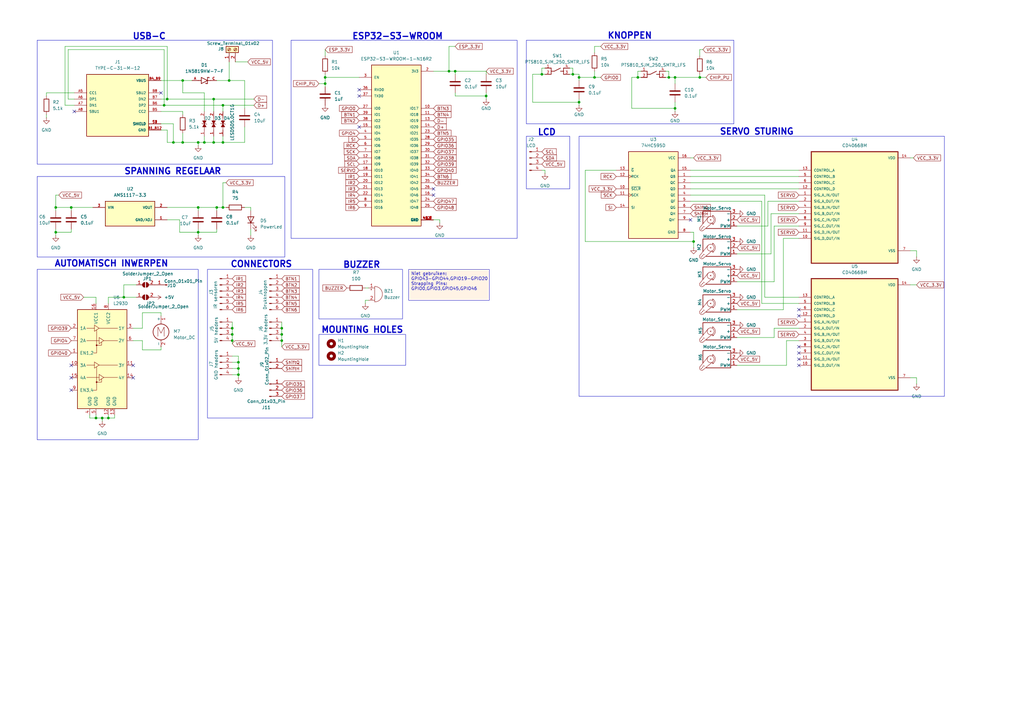
<source format=kicad_sch>
(kicad_sch (version 20231120) (generator "eeschema") (generator_version "8.0")
  (paper "A3")
  (title_block (title "Muntsorteer- en opslagsysteem") (date "2024-04-15") (rev "V1"))
  (junction (at 41.91 171.45))
  (junction (at 115.57 139.7))
  (junction (at 95.25 134.62))
  (junction (at 261.62 31.75))
  (junction (at 234.95 30.48))
  (junction (at 81.28 58.42))
  (junction (at 287.02 31.75))
  (junction (at 237.49 31.75))
  (junction (at 67.31 43.18))
  (junction (at 81.28 95.25))
  (junction (at 74.93 33.02))
  (junction (at 199.39 39.37))
  (junction (at 115.57 137.16))
  (junction (at 50.8 121.92))
  (junction (at 133.35 31.75))
  (junction (at 243.84 31.75))
  (junction (at 22.86 85.09))
  (junction (at 44.45 171.45))
  (junction (at 186.69 29.21))
  (junction (at 83.82 58.42))
  (junction (at 81.28 85.09))
  (junction (at 115.57 134.62))
  (junction (at 39.37 171.45))
  (junction (at 87.63 58.42))
  (junction (at 91.44 85.09))
  (junction (at 274.32 31.75))
  (junction (at 97.79 148.59))
  (junction (at 97.79 151.13))
  (junction (at 184.15 29.21))
  (junction (at 91.44 43.18))
  (junction (at 88.9 85.09))
  (junction (at 29.21 85.09))
  (junction (at 71.12 58.42))
  (junction (at 276.86 44.45))
  (junction (at 133.35 34.29))
  (junction (at 93.98 33.02))
  (junction (at 87.63 40.64))
  (junction (at 68.58 40.64))
  (junction (at 237.49 41.91))
  (junction (at 95.25 139.7))
  (junction (at 22.86 95.25))
  (junction (at 222.25 30.48))
  (junction (at 97.79 153.67))
  (junction (at 74.93 58.42))
  (junction (at 276.86 31.75))
  (junction (at 91.44 58.42))
  (junction (at 284.48 99.06))
  (junction (at 95.25 137.16))
  (no_connect (at 147.32 36.83))
  (no_connect (at 29.21 149.86))
  (no_connect (at 177.8 80.01))
  (no_connect (at 54.61 154.94))
  (no_connect (at 147.32 39.37))
  (no_connect (at 66.04 38.1))
  (no_connect (at 327.66 147.32))
  (no_connect (at 177.8 77.47))
  (no_connect (at 283.21 90.17))
  (no_connect (at 327.66 149.86))
  (no_connect (at 327.66 129.54))
  (no_connect (at 327.66 127))
  (no_connect (at 30.48 45.72))
  (no_connect (at 327.66 144.78))
  (no_connect (at 54.61 149.86))
  (no_connect (at 29.21 160.02))
  (no_connect (at 147.32 52.07))
  (no_connect (at 327.66 142.24))
  (no_connect (at 29.21 154.94))
  (wire (pts (xy 240.03 99.06) (xy 284.48 99.06)))
  (wire (pts (xy 243.84 19.05) (xy 246.38 19.05)))
  (wire (pts (xy 283.21 74.93) (xy 327.66 74.93)))
  (wire (pts (xy 218.44 30.48) (xy 218.44 41.91)))
  (wire (pts (xy 223.52 30.48) (xy 222.25 30.48)))
  (wire (pts (xy 102.87 93.98) (xy 102.87 96.52)))
  (wire (pts (xy 373.38 154.94) (xy 375.92 154.94)))
  (wire (pts (xy 237.49 31.75) (xy 237.49 33.02)))
  (wire (pts (xy 81.28 95.25) (xy 88.9 95.25)))
  (wire (pts (xy 50.8 116.84) (xy 50.8 121.92)))
  (wire (pts (xy 373.38 64.77) (xy 374.65 64.77)))
  (wire (pts (xy 115.57 132.08) (xy 115.57 134.62)))
  (wire (pts (xy 147.32 31.75) (xy 133.35 31.75)))
  (wire (pts (xy 284.48 95.25) (xy 284.48 99.06)))
  (wire (pts (xy 313.69 80.01) (xy 283.21 80.01)))
  (wire (pts (xy 44.45 171.45) (xy 41.91 171.45)))
  (wire (pts (xy 92.71 74.93) (xy 91.44 74.93)))
  (wire (pts (xy 68.58 90.17) (xy 73.66 90.17)))
  (wire (pts (xy 276.86 41.91) (xy 276.86 44.45)))
  (wire (pts (xy 91.44 85.09) (xy 92.71 85.09)))
  (wire (pts (xy 237.49 30.48) (xy 237.49 31.75)))
  (wire (pts (xy 261.62 29.21) (xy 261.62 31.75)))
  (wire (pts (xy 243.84 21.59) (xy 243.84 19.05)))
  (wire (pts (xy 36.83 170.18) (xy 36.83 171.45)))
  (wire (pts (xy 184.15 29.21) (xy 186.69 29.21)))
  (wire (pts (xy 186.69 19.05) (xy 184.15 19.05)))
  (wire (pts (xy 262.89 31.75) (xy 261.62 31.75)))
  (wire (pts (xy 74.93 45.72) (xy 74.93 46.99)))
  (wire (pts (xy 58.42 128.27) (xy 66.04 128.27)))
  (wire (pts (xy 19.05 38.1) (xy 30.48 38.1)))
  (wire (pts (xy 95.25 153.67) (xy 97.79 153.67)))
  (wire (pts (xy 68.58 58.42) (xy 71.12 58.42)))
  (wire (pts (xy 240.03 69.85) (xy 240.03 99.06)))
  (wire (pts (xy 88.9 86.36) (xy 88.9 85.09)))
  (wire (pts (xy 321.31 97.79) (xy 327.66 97.79)))
  (wire (pts (xy 115.57 134.62) (xy 115.57 137.16)))
  (wire (pts (xy 39.37 171.45) (xy 41.91 171.45)))
  (wire (pts (xy 87.63 40.64) (xy 104.14 40.64)))
  (wire (pts (xy 87.63 40.64) (xy 87.63 45.72)))
  (wire (pts (xy 24.13 80.01) (xy 22.86 80.01)))
  (wire (pts (xy 29.21 85.09) (xy 22.86 85.09)))
  (wire (pts (xy 44.45 121.92) (xy 44.45 124.46)))
  (wire (pts (xy 71.12 50.8) (xy 71.12 58.42)))
  (wire (pts (xy 133.35 34.29) (xy 133.35 35.56)))
  (wire (pts (xy 95.25 148.59) (xy 97.79 148.59)))
  (wire (pts (xy 66.04 40.64) (xy 68.58 40.64)))
  (wire (pts (xy 284.48 99.06) (xy 284.48 101.6)))
  (wire (pts (xy 22.86 95.25) (xy 22.86 96.52)))
  (wire (pts (xy 95.25 139.7) (xy 95.25 140.97)))
  (wire (pts (xy 54.61 134.62) (xy 58.42 134.62)))
  (wire (pts (xy 223.52 69.85) (xy 222.25 69.85)))
  (wire (pts (xy 54.61 139.7) (xy 58.42 139.7)))
  (wire (pts (xy 36.83 171.45) (xy 39.37 171.45)))
  (wire (pts (xy 222.25 30.48) (xy 218.44 30.48)))
  (wire (pts (xy 327.66 121.92) (xy 313.69 121.92)))
  (wire (pts (xy 302.26 127) (xy 321.31 127)))
  (wire (pts (xy 66.04 143.51) (xy 66.04 142.24)))
  (wire (pts (xy 74.93 54.61) (xy 74.93 58.42)))
  (wire (pts (xy 41.91 171.45) (xy 41.91 172.72)))
  (wire (pts (xy 317.5 115.57) (xy 317.5 92.71)))
  (wire (pts (xy 149.86 118.11) (xy 151.13 118.11)))
  (wire (pts (xy 177.8 29.21) (xy 184.15 29.21)))
  (wire (pts (xy 218.44 41.91) (xy 237.49 41.91)))
  (wire (pts (xy 284.48 64.77) (xy 283.21 64.77)))
  (wire (pts (xy 274.32 29.21) (xy 274.32 31.75)))
  (wire (pts (xy 66.04 50.8) (xy 71.12 50.8)))
  (wire (pts (xy 283.21 72.39) (xy 327.66 72.39)))
  (wire (pts (xy 91.44 74.93) (xy 91.44 85.09)))
  (wire (pts (xy 67.31 43.18) (xy 91.44 43.18)))
  (wire (pts (xy 243.84 29.21) (xy 243.84 31.75)))
  (wire (pts (xy 26.67 43.18) (xy 26.67 19.05)))
  (wire (pts (xy 91.44 58.42) (xy 87.63 58.42)))
  (wire (pts (xy 44.45 170.18) (xy 44.45 171.45)))
  (wire (pts (xy 83.82 58.42) (xy 81.28 58.42)))
  (wire (pts (xy 97.79 148.59) (xy 97.79 146.05)))
  (wire (pts (xy 314.96 82.55) (xy 327.66 82.55)))
  (wire (pts (xy 149.86 124.46) (xy 149.86 123.19)))
  (wire (pts (xy 276.86 34.29) (xy 276.86 31.75)))
  (wire (pts (xy 91.44 43.18) (xy 91.44 45.72)))
  (wire (pts (xy 115.57 139.7) (xy 115.57 142.24)))
  (wire (pts (xy 184.15 19.05) (xy 184.15 29.21)))
  (wire (pts (xy 68.58 58.42) (xy 68.58 53.34)))
  (wire (pts (xy 91.44 43.18) (xy 104.14 43.18)))
  (wire (pts (xy 88.9 93.98) (xy 88.9 95.25)))
  (wire (pts (xy 262.89 29.21) (xy 261.62 29.21)))
  (wire (pts (xy 74.93 33.02) (xy 78.74 33.02)))
  (wire (pts (xy 237.49 41.91) (xy 237.49 43.18)))
  (wire (pts (xy 97.79 153.67) (xy 97.79 151.13)))
  (wire (pts (xy 321.31 127) (xy 321.31 97.79)))
  (wire (pts (xy 133.35 31.75) (xy 133.35 34.29)))
  (wire (pts (xy 88.9 85.09) (xy 91.44 85.09)))
  (wire (pts (xy 312.42 124.46) (xy 327.66 124.46)))
  (wire (pts (xy 186.69 39.37) (xy 199.39 39.37)))
  (wire (pts (xy 74.93 38.1) (xy 74.93 33.02)))
  (wire (pts (xy 234.95 30.48) (xy 237.49 30.48)))
  (wire (pts (xy 29.21 95.25) (xy 22.86 95.25)))
  (wire (pts (xy 149.86 123.19) (xy 151.13 123.19)))
  (wire (pts (xy 97.79 154.94) (xy 97.79 153.67)))
  (wire (pts (xy 101.6 25.4) (xy 96.52 25.4)))
  (wire (pts (xy 223.52 71.12) (xy 223.52 69.85)))
  (wire (pts (xy 373.38 102.87) (xy 375.92 102.87)))
  (wire (pts (xy 133.35 20.32) (xy 133.35 22.86)))
  (wire (pts (xy 34.29 121.92) (xy 39.37 121.92)))
  (wire (pts (xy 186.69 38.1) (xy 186.69 39.37)))
  (wire (pts (xy 180.34 90.17) (xy 177.8 90.17)))
  (wire (pts (xy 312.42 82.55) (xy 312.42 124.46)))
  (wire (pts (xy 29.21 93.98) (xy 29.21 95.25)))
  (wire (pts (xy 38.1 85.09) (xy 29.21 85.09)))
  (wire (pts (xy 199.39 38.1) (xy 199.39 39.37)))
  (wire (pts (xy 252.73 69.85) (xy 240.03 69.85)))
  (wire (pts (xy 58.42 139.7) (xy 58.42 143.51)))
  (wire (pts (xy 322.58 149.86) (xy 322.58 139.7)))
  (wire (pts (xy 276.86 31.75) (xy 287.02 31.75)))
  (wire (pts (xy 186.69 29.21) (xy 199.39 29.21)))
  (wire (pts (xy 222.25 27.94) (xy 222.25 30.48)))
  (wire (pts (xy 302.26 138.43) (xy 317.5 138.43)))
  (wire (pts (xy 66.04 43.18) (xy 67.31 43.18)))
  (wire (pts (xy 68.58 53.34) (xy 66.04 53.34)))
  (wire (pts (xy 100.33 52.07) (xy 100.33 58.42)))
  (wire (pts (xy 102.87 85.09) (xy 102.87 86.36)))
  (wire (pts (xy 58.42 143.51) (xy 66.04 143.51)))
  (wire (pts (xy 317.5 92.71) (xy 327.66 92.71)))
  (wire (pts (xy 302.26 115.57) (xy 317.5 115.57)))
  (wire (pts (xy 93.98 25.4) (xy 93.98 33.02)))
  (wire (pts (xy 316.23 87.63) (xy 327.66 87.63)))
  (wire (pts (xy 274.32 31.75) (xy 273.05 31.75)))
  (wire (pts (xy 302.26 104.14) (xy 316.23 104.14)))
  (wire (pts (xy 19.05 39.37) (xy 19.05 38.1)))
  (wire (pts (xy 95.25 137.16) (xy 95.25 139.7)))
  (wire (pts (xy 83.82 55.88) (xy 83.82 58.42)))
  (wire (pts (xy 46.99 170.18) (xy 46.99 171.45)))
  (wire (pts (xy 234.95 27.94) (xy 234.95 30.48)))
  (wire (pts (xy 302.26 92.71) (xy 314.96 92.71)))
  (wire (pts (xy 19.05 46.99) (xy 19.05 48.26)))
  (wire (pts (xy 27.94 40.64) (xy 27.94 20.32)))
  (wire (pts (xy 39.37 170.18) (xy 39.37 171.45)))
  (wire (pts (xy 237.49 40.64) (xy 237.49 41.91)))
  (wire (pts (xy 373.38 116.84) (xy 375.92 116.84)))
  (wire (pts (xy 288.29 20.32) (xy 287.02 20.32)))
  (wire (pts (xy 87.63 55.88) (xy 87.63 58.42)))
  (wire (pts (xy 100.33 85.09) (xy 102.87 85.09)))
  (wire (pts (xy 180.34 91.44) (xy 180.34 90.17)))
  (wire (pts (xy 22.86 80.01) (xy 22.86 85.09)))
  (wire (pts (xy 88.9 85.09) (xy 81.28 85.09)))
  (wire (pts (xy 81.28 93.98) (xy 81.28 95.25)))
  (wire (pts (xy 276.86 44.45) (xy 276.86 45.72)))
  (wire (pts (xy 66.04 33.02) (xy 74.93 33.02)))
  (wire (pts (xy 100.33 33.02) (xy 100.33 44.45)))
  (wire (pts (xy 283.21 69.85) (xy 327.66 69.85)))
  (wire (pts (xy 29.21 85.09) (xy 29.21 86.36)))
  (wire (pts (xy 237.49 31.75) (xy 243.84 31.75)))
  (wire (pts (xy 91.44 55.88) (xy 91.44 58.42)))
  (wire (pts (xy 68.58 19.05) (xy 68.58 40.64)))
  (wire (pts (xy 95.25 132.08) (xy 95.25 134.62)))
  (wire (pts (xy 67.31 20.32) (xy 67.31 43.18)))
  (wire (pts (xy 27.94 20.32) (xy 67.31 20.32)))
  (wire (pts (xy 276.86 31.75) (xy 274.32 31.75)))
  (wire (pts (xy 199.39 29.21) (xy 199.39 30.48)))
  (wire (pts (xy 115.57 137.16) (xy 115.57 139.7)))
  (wire (pts (xy 68.58 40.64) (xy 87.63 40.64)))
  (wire (pts (xy 259.08 31.75) (xy 259.08 44.45)))
  (wire (pts (xy 55.88 121.92) (xy 50.8 121.92)))
  (wire (pts (xy 97.79 146.05) (xy 95.25 146.05)))
  (wire (pts (xy 73.66 90.17) (xy 73.66 95.25)))
  (wire (pts (xy 375.92 154.94) (xy 375.92 157.48)))
  (wire (pts (xy 133.35 30.48) (xy 133.35 31.75)))
  (wire (pts (xy 50.8 121.92) (xy 44.45 121.92)))
  (wire (pts (xy 88.9 33.02) (xy 93.98 33.02)))
  (wire (pts (xy 73.66 95.25) (xy 81.28 95.25)))
  (wire (pts (xy 322.58 139.7) (xy 327.66 139.7)))
  (wire (pts (xy 30.48 40.64) (xy 27.94 40.64)))
  (wire (pts (xy 273.05 29.21) (xy 274.32 29.21)))
  (wire (pts (xy 314.96 92.71) (xy 314.96 82.55)))
  (wire (pts (xy 97.79 151.13) (xy 97.79 148.59)))
  (wire (pts (xy 199.39 39.37) (xy 199.39 40.64)))
  (wire (pts (xy 223.52 27.94) (xy 222.25 27.94)))
  (wire (pts (xy 233.68 27.94) (xy 234.95 27.94)))
  (wire (pts (xy 283.21 95.25) (xy 284.48 95.25)))
  (wire (pts (xy 81.28 58.42) (xy 74.93 58.42)))
  (wire (pts (xy 39.37 121.92) (xy 39.37 124.46)))
  (wire (pts (xy 68.58 85.09) (xy 81.28 85.09)))
  (wire (pts (xy 58.42 134.62) (xy 58.42 128.27)))
  (wire (pts (xy 22.86 93.98) (xy 22.86 95.25)))
  (wire (pts (xy 74.93 58.42) (xy 71.12 58.42)))
  (wire (pts (xy 313.69 121.92) (xy 313.69 80.01)))
  (wire (pts (xy 233.68 30.48) (xy 234.95 30.48)))
  (wire (pts (xy 261.62 31.75) (xy 259.08 31.75)))
  (wire (pts (xy 317.5 134.62) (xy 327.66 134.62)))
  (wire (pts (xy 259.08 44.45) (xy 276.86 44.45)))
  (wire (pts (xy 283.21 82.55) (xy 312.42 82.55)))
  (wire (pts (xy 100.33 58.42) (xy 91.44 58.42)))
  (wire (pts (xy 30.48 43.18) (xy 26.67 43.18)))
  (wire (pts (xy 26.67 19.05) (xy 68.58 19.05)))
  (wire (pts (xy 81.28 58.42) (xy 81.28 59.69)))
  (wire (pts (xy 81.28 85.09) (xy 81.28 86.36)))
  (wire (pts (xy 93.98 33.02) (xy 100.33 33.02)))
  (wire (pts (xy 283.21 77.47) (xy 327.66 77.47)))
  (wire (pts (xy 243.84 31.75) (xy 246.38 31.75)))
  (wire (pts (xy 87.63 58.42) (xy 83.82 58.42)))
  (wire (pts (xy 287.02 30.48) (xy 287.02 31.75)))
  (wire (pts (xy 95.25 151.13) (xy 97.79 151.13)))
  (wire (pts (xy 287.02 20.32) (xy 287.02 22.86)))
  (wire (pts (xy 83.82 38.1) (xy 74.93 38.1)))
  (wire (pts (xy 66.04 45.72) (xy 74.93 45.72)))
  (wire (pts (xy 186.69 29.21) (xy 186.69 30.48)))
  (wire (pts (xy 287.02 31.75) (xy 289.56 31.75)))
  (wire (pts (xy 83.82 45.72) (xy 83.82 38.1)))
  (wire (pts (xy 302.26 149.86) (xy 322.58 149.86)))
  (wire (pts (xy 317.5 138.43) (xy 317.5 134.62)))
  (wire (pts (xy 95.25 134.62) (xy 95.25 137.16)))
  (wire (pts (xy 46.99 171.45) (xy 44.45 171.45)))
  (wire (pts (xy 316.23 104.14) (xy 316.23 87.63)))
  (wire (pts (xy 22.86 85.09) (xy 22.86 86.36)))
  (wire (pts (xy 375.92 102.87) (xy 375.92 105.41)))
  (wire (pts (xy 81.28 96.52) (xy 81.28 95.25)))
  (wire (pts (xy 130.81 34.29) (xy 133.35 34.29)))
  (wire (pts (xy 66.04 128.27) (xy 66.04 129.54)))
  (wire (pts (xy 55.88 116.84) (xy 50.8 116.84)))
  (rectangle (start 215.9 16.51) (end 300.99 50.8))
  (rectangle (start 85.09 110.49) (end 128.27 171.45))
  (rectangle (start 119.38 16.51) (end 212.09 97.79))
  (rectangle (start 15.24 72.39) (end 116.84 105.41))
  (rectangle (start 237.49 55.88) (end 387.35 162.56))
  (rectangle (start 130.81 137.16) (end 166.37 149.86))
  (rectangle (start 215.9 55.88) (end 233.68 77.47))
  (rectangle (start 15.24 110.49) (end 81.28 180.34))
  (rectangle (start 130.81 110.49) (end 165.1 130.81))
  (rectangle (start 15.24 16.51) (end 111.76 67.31))
  (text_box "Niet gebruiken:\nGPIO43-GPIO44,GPIO19-GPIO20\nStrapping Pins:\nGPIO0,GPIO3,GPIO45,GPIO46" (at 167.64 110.49 0) (size 33.02 12.7) (fill (type color) (color 255 243 229 1)) (effects (font (size 1.27 1.27)) (justify left top)))
  (text "AUTOMATISCH INWERPEN" (at 45.72 108.204 0) (effects (font (size 2.54 2.54) (thickness 0.508) (bold yes))))
  (text "BUZZER" (at 148.336 108.712 0) (effects (font (size 2.54 2.54) (thickness 0.508) (bold yes))))
  (text "MOUNTING HOLES" (at 148.59 135.382 0) (effects (font (size 2.54 2.54) (thickness 0.508) (bold yes))))
  (text "USB-C" (at 61.214 14.986 0) (effects (font (size 2.54 2.54) (thickness 0.508) (bold yes))))
  (text "SERVO STURING" (at 310.388 54.102 0) (effects (font (size 2.54 2.54) (thickness 0.508) (bold yes))))
  (text "LCD" (at 224.282 54.356 0) (effects (font (size 2.54 2.54) (thickness 0.508) (bold yes))))
  (text "CONNECTORS" (at 107.188 108.458 0) (effects (font (size 2.54 2.54) (thickness 0.508) (bold yes))))
  (text "SPANNING REGELAAR" (at 70.866 70.358 0) (effects (font (size 2.54 2.54) (thickness 0.508) (bold yes))))
  (text "KNOPPEN" (at 258.318 14.732 0) (effects (font (size 2.54 2.54) (thickness 0.508) (bold yes))))
  (text "ESP32-S3-WROOM" (at 163.068 14.986 0) (effects (font (size 2.54 2.54) (thickness 0.508) (bold yes))))
  (global_label "GPIO38" (shape input) (at 177.8 64.77 0) (property "Intersheetrefs" "${INTERSHEET_REFS}" (effects (hide yes))))
  (global_label "SCK" (shape input) (at 252.73 80.01 180) (property "Intersheetrefs" "${INTERSHEET_REFS}" (effects (hide yes))))
  (global_label "VCC_3.3V" (shape input) (at 288.29 20.32 0) (property "Intersheetrefs" "${INTERSHEET_REFS}" (effects (hide yes))))
  (global_label "VCC_3.3V" (shape input) (at 115.57 142.24 0) (property "Intersheetrefs" "${INTERSHEET_REFS}" (effects (hide yes))))
  (global_label "SERVO" (shape input) (at 327.66 85.09 180) (property "Intersheetrefs" "${INTERSHEET_REFS}" (effects (hide yes))))
  (global_label "GPIO40" (shape input) (at 177.8 69.85 0) (property "Intersheetrefs" "${INTERSHEET_REFS}" (effects (hide yes))))
  (global_label "GPIO39" (shape input) (at 177.8 67.31 0) (property "Intersheetrefs" "${INTERSHEET_REFS}" (effects (hide yes))))
  (global_label "BTN5" (shape input) (at 177.8 54.61 0) (property "Intersheetrefs" "${INTERSHEET_REFS}" (effects (hide yes))))
  (global_label "ShiftQ" (shape input) (at 283.21 85.09 0) (property "Intersheetrefs" "${INTERSHEET_REFS}" (effects (hide yes))))
  (global_label "GPIO4" (shape input) (at 29.21 139.7 180) (property "Intersheetrefs" "${INTERSHEET_REFS}" (effects (hide yes))))
  (global_label "IR6" (shape input) (at 95.25 127 0) (property "Intersheetrefs" "${INTERSHEET_REFS}" (effects (hide yes))))
  (global_label "VCC_3.3V" (shape input) (at 375.92 116.84 0) (property "Intersheetrefs" "${INTERSHEET_REFS}" (effects (hide yes))))
  (global_label "VCC_3.3V" (shape input) (at 252.73 77.47 180) (property "Intersheetrefs" "${INTERSHEET_REFS}" (effects (hide yes))))
  (global_label "GPIO36" (shape input) (at 115.57 160.02 0) (property "Intersheetrefs" "${INTERSHEET_REFS}" (effects (hide yes))))
  (global_label "VCC_5V" (shape input) (at 302.26 90.17 0) (property "Intersheetrefs" "${INTERSHEET_REFS}" (effects (hide yes))))
  (global_label "BUZZER" (shape input) (at 142.24 118.11 180) (property "Intersheetrefs" "${INTERSHEET_REFS}" (effects (hide yes))))
  (global_label "VCC_5V" (shape input) (at 302.26 113.03 0) (property "Intersheetrefs" "${INTERSHEET_REFS}" (effects (hide yes))))
  (global_label "GPIO35" (shape input) (at 115.57 157.48 0) (property "Intersheetrefs" "${INTERSHEET_REFS}" (effects (hide yes))))
  (global_label "D-" (shape input) (at 177.8 49.53 0) (property "Intersheetrefs" "${INTERSHEET_REFS}" (effects (hide yes))))
  (global_label "ESP_3.3V" (shape input) (at 133.35 20.32 0) (property "Intersheetrefs" "${INTERSHEET_REFS}" (effects (hide yes))))
  (global_label "SCL" (shape input) (at 147.32 67.31 180) (property "Intersheetrefs" "${INTERSHEET_REFS}" (effects (hide yes))))
  (global_label "IR4" (shape input) (at 147.32 80.01 180) (property "Intersheetrefs" "${INTERSHEET_REFS}" (effects (hide yes))))
  (global_label "SERVO" (shape input) (at 327.66 132.08 180) (property "Intersheetrefs" "${INTERSHEET_REFS}" (effects (hide yes))))
  (global_label "RCK" (shape input) (at 147.32 59.69 180) (property "Intersheetrefs" "${INTERSHEET_REFS}" (effects (hide yes))))
  (global_label "BTN4" (shape input) (at 177.8 46.99 0) (property "Intersheetrefs" "${INTERSHEET_REFS}" (effects (hide yes))))
  (global_label "BTN5" (shape input) (at 115.57 124.46 0) (property "Intersheetrefs" "${INTERSHEET_REFS}" (effects (hide yes))))
  (global_label "BTN2" (shape input) (at 115.57 116.84 0) (property "Intersheetrefs" "${INTERSHEET_REFS}" (effects (hide yes))))
  (global_label "SDA" (shape input) (at 222.25 64.77 0) (property "Intersheetrefs" "${INTERSHEET_REFS}" (effects (hide yes))))
  (global_label "VCC_3.3V" (shape input) (at 92.71 74.93 0) (property "Intersheetrefs" "${INTERSHEET_REFS}" (effects (hide yes))))
  (global_label "BTN1" (shape input) (at 147.32 46.99 180) (property "Intersheetrefs" "${INTERSHEET_REFS}" (effects (hide yes))))
  (global_label "GPIO0" (shape input) (at 246.38 31.75 0) (property "Intersheetrefs" "${INTERSHEET_REFS}" (effects (hide yes))))
  (global_label "SI" (shape input) (at 252.73 85.09 180) (property "Intersheetrefs" "${INTERSHEET_REFS}" (effects (hide yes))))
  (global_label "VCC_5V" (shape input) (at 222.25 67.31 0) (property "Intersheetrefs" "${INTERSHEET_REFS}" (effects (hide yes))))
  (global_label "VCC_5V" (shape input) (at 302.26 101.6 0) (property "Intersheetrefs" "${INTERSHEET_REFS}" (effects (hide yes))))
  (global_label "BTN2" (shape input) (at 147.32 49.53 180) (property "Intersheetrefs" "${INTERSHEET_REFS}" (effects (hide yes))))
  (global_label "BTN6" (shape input) (at 115.57 127 0) (property "Intersheetrefs" "${INTERSHEET_REFS}" (effects (hide yes))))
  (global_label "IR4" (shape input) (at 95.25 121.92 0) (property "Intersheetrefs" "${INTERSHEET_REFS}" (effects (hide yes))))
  (global_label "IR5" (shape input) (at 147.32 82.55 180) (property "Intersheetrefs" "${INTERSHEET_REFS}" (effects (hide yes))))
  (global_label "VCC_5V" (shape input) (at 302.26 124.46 0) (property "Intersheetrefs" "${INTERSHEET_REFS}" (effects (hide yes))))
  (global_label "GPIO4" (shape input) (at 147.32 54.61 180) (property "Intersheetrefs" "${INTERSHEET_REFS}" (effects (hide yes))))
  (global_label "BTN6" (shape input) (at 177.8 72.39 0) (property "Intersheetrefs" "${INTERSHEET_REFS}" (effects (hide yes))))
  (global_label "IR1" (shape input) (at 95.25 114.3 0) (property "Intersheetrefs" "${INTERSHEET_REFS}" (effects (hide yes))))
  (global_label "SERVO" (shape input) (at 327.66 137.16 180) (property "Intersheetrefs" "${INTERSHEET_REFS}" (effects (hide yes))))
  (global_label "ShiftH" (shape input) (at 115.57 151.13 0) (property "Intersheetrefs" "${INTERSHEET_REFS}" (effects (hide yes))))
  (global_label "SERVO" (shape input) (at 327.66 95.25 180) (property "Intersheetrefs" "${INTERSHEET_REFS}" (effects (hide yes))))
  (global_label "RCK" (shape input) (at 252.73 72.39 180) (property "Intersheetrefs" "${INTERSHEET_REFS}" (effects (hide yes))))
  (global_label "IR3" (shape input) (at 147.32 77.47 180) (property "Intersheetrefs" "${INTERSHEET_REFS}" (effects (hide yes))))
  (global_label "ShiftQ" (shape input) (at 115.57 148.59 0) (property "Intersheetrefs" "${INTERSHEET_REFS}" (effects (hide yes))))
  (global_label "GPIO37" (shape input) (at 177.8 62.23 0) (property "Intersheetrefs" "${INTERSHEET_REFS}" (effects (hide yes))))
  (global_label "VCC_5V" (shape input) (at 302.26 135.89 0) (property "Intersheetrefs" "${INTERSHEET_REFS}" (effects (hide yes))))
  (global_label "VCC_3.3V" (shape input) (at 199.39 29.21 0) (property "Intersheetrefs" "${INTERSHEET_REFS}" (effects (hide yes))))
  (global_label "GPIO47" (shape input) (at 177.8 82.55 0) (property "Intersheetrefs" "${INTERSHEET_REFS}" (effects (hide yes))))
  (global_label "VCC_3.3V" (shape input) (at 374.65 64.77 0) (property "Intersheetrefs" "${INTERSHEET_REFS}" (effects (hide yes))))
  (global_label "CHIP_PU" (shape input) (at 130.81 34.29 180) (property "Intersheetrefs" "${INTERSHEET_REFS}" (effects (hide yes))))
  (global_label "SERVO" (shape input) (at 147.32 69.85 180) (property "Intersheetrefs" "${INTERSHEET_REFS}" (effects (hide yes))))
  (global_label "SI" (shape input) (at 147.32 57.15 180) (property "Intersheetrefs" "${INTERSHEET_REFS}" (effects (hide yes))))
  (global_label "D+" (shape input) (at 177.8 52.07 0) (property "Intersheetrefs" "${INTERSHEET_REFS}" (effects (hide yes))))
  (global_label "GPIO40" (shape input) (at 29.21 144.78 180) (property "Intersheetrefs" "${INTERSHEET_REFS}" (effects (hide yes))))
  (global_label "BUZZER" (shape input) (at 177.8 74.93 0) (property "Intersheetrefs" "${INTERSHEET_REFS}" (effects (hide yes))))
  (global_label "SDA" (shape input) (at 147.32 64.77 180) (property "Intersheetrefs" "${INTERSHEET_REFS}" (effects (hide yes))))
  (global_label "GPIO48" (shape input) (at 177.8 85.09 0) (property "Intersheetrefs" "${INTERSHEET_REFS}" (effects (hide yes))))
  (global_label "IR3" (shape input) (at 95.25 119.38 0) (property "Intersheetrefs" "${INTERSHEET_REFS}" (effects (hide yes))))
  (global_label "SERVO" (shape input) (at 327.66 80.01 180) (property "Intersheetrefs" "${INTERSHEET_REFS}" (effects (hide yes))))
  (global_label "IR2" (shape input) (at 147.32 74.93 180) (property "Intersheetrefs" "${INTERSHEET_REFS}" (effects (hide yes))))
  (global_label "IR2" (shape input) (at 95.25 116.84 0) (property "Intersheetrefs" "${INTERSHEET_REFS}" (effects (hide yes))))
  (global_label "SCK" (shape input) (at 147.32 62.23 180) (property "Intersheetrefs" "${INTERSHEET_REFS}" (effects (hide yes))))
  (global_label "GPIO39" (shape input) (at 29.21 134.62 180) (property "Intersheetrefs" "${INTERSHEET_REFS}" (effects (hide yes))))
  (global_label "GPIO0" (shape input) (at 147.32 44.45 180) (property "Intersheetrefs" "${INTERSHEET_REFS}" (effects (hide yes))))
  (global_label "GPIO35" (shape input) (at 177.8 57.15 0) (property "Intersheetrefs" "${INTERSHEET_REFS}" (effects (hide yes))))
  (global_label "CHIP_PU" (shape input) (at 289.56 31.75 0) (property "Intersheetrefs" "${INTERSHEET_REFS}" (effects (hide yes))))
  (global_label "VCC_5V" (shape input) (at 101.6 25.4 0) (property "Intersheetrefs" "${INTERSHEET_REFS}" (effects (hide yes))))
  (global_label "VCC_3.3V" (shape input) (at 284.48 64.77 0) (property "Intersheetrefs" "${INTERSHEET_REFS}" (effects (hide yes))))
  (global_label "IR5" (shape input) (at 95.25 124.46 0) (property "Intersheetrefs" "${INTERSHEET_REFS}" (effects (hide yes))))
  (global_label "GPIO37" (shape input) (at 115.57 162.56 0) (property "Intersheetrefs" "${INTERSHEET_REFS}" (effects (hide yes))))
  (global_label "BTN3" (shape input) (at 177.8 44.45 0) (property "Intersheetrefs" "${INTERSHEET_REFS}" (effects (hide yes))))
  (global_label "SERVO" (shape input) (at 327.66 90.17 180) (property "Intersheetrefs" "${INTERSHEET_REFS}" (effects (hide yes))))
  (global_label "BTN1" (shape input) (at 115.57 114.3 0) (property "Intersheetrefs" "${INTERSHEET_REFS}" (effects (hide yes))))
  (global_label "IR1" (shape input) (at 147.32 72.39 180) (property "Intersheetrefs" "${INTERSHEET_REFS}" (effects (hide yes))))
  (global_label "VCC_5V" (shape input) (at 24.13 80.01 0) (property "Intersheetrefs" "${INTERSHEET_REFS}" (effects (hide yes))))
  (global_label "ESP_3.3V" (shape input) (at 186.69 19.05 0) (property "Intersheetrefs" "${INTERSHEET_REFS}" (effects (hide yes))))
  (global_label "VCC_3.3V" (shape input) (at 246.38 19.05 0) (property "Intersheetrefs" "${INTERSHEET_REFS}" (effects (hide yes))))
  (global_label "D+" (shape input) (at 104.14 43.18 0) (property "Intersheetrefs" "${INTERSHEET_REFS}" (effects (hide yes))))
  (global_label "BTN4" (shape input) (at 115.57 121.92 0) (property "Intersheetrefs" "${INTERSHEET_REFS}" (effects (hide yes))))
  (global_label "GPIO36" (shape input) (at 177.8 59.69 0) (property "Intersheetrefs" "${INTERSHEET_REFS}" (effects (hide yes))))
  (global_label "BTN3" (shape input) (at 115.57 119.38 0) (property "Intersheetrefs" "${INTERSHEET_REFS}" (effects (hide yes))))
  (global_label "D-" (shape input) (at 104.14 40.64 0) (property "Intersheetrefs" "${INTERSHEET_REFS}" (effects (hide yes))))
  (global_label "VCC_5V" (shape input) (at 34.29 121.92 180) (property "Intersheetrefs" "${INTERSHEET_REFS}" (effects (hide yes))))
  (global_label "SCL" (shape input) (at 222.25 62.23 0) (property "Intersheetrefs" "${INTERSHEET_REFS}" (effects (hide yes))))
  (global_label "VCC_5V" (shape input) (at 95.25 140.97 0) (property "Intersheetrefs" "${INTERSHEET_REFS}" (effects (hide yes))))
  (global_label "ShiftH" (shape input) (at 283.21 87.63 0) (property "Intersheetrefs" "${INTERSHEET_REFS}" (effects (hide yes))))
  (global_label "VCC_5V" (shape input) (at 302.26 147.32 0) (property "Intersheetrefs" "${INTERSHEET_REFS}" (effects (hide yes))))
  (global_label "IR6" (shape input) (at 147.32 85.09 180) (property "Intersheetrefs" "${INTERSHEET_REFS}" (effects (hide yes))))
  (symbol (lib_id "power:GND") (at 81.28 96.52 0) (unit 1)
    (property "Reference" "#PWR07" (effects (hide yes)))
    (property "Value" "GND" (at 81.28 101.6 0))
    (property "Description" "Power symbol creates a global label with name \"GND\" , ground" (effects (hide yes)))
  )
  (symbol (lib_id "Device:R") (at 19.05 43.18 0) (unit 1)
    (property "Reference" "R2" (at 21.59 41.9099 0) (effects (justify left)))
    (property "Value" "5.1k" (at 21.59 44.4499 0) (effects (justify left)))
    (property "Footprint" "Resistor_SMD:R_0805_2012Metric_Pad1.20x1.40mm_HandSolder" (effects (hide yes)))
    (property "Description" "Resistor" (effects (hide yes)))
  )
  (symbol (lib_id "push:PTS810_SJM_250_SMTR_LFS") (at 267.97 29.21 0) (unit 1)
    (property "Reference" "SW2" (at 267.97 24.13 0))
    (property "Value" "PTS810_SJM_250_SMTR_LFS" (at 267.97 26.67 0))
    (property "Footprint" "libtest:SW_PTS810_SJM_250_SMTR_LFS" (effects (hide yes)))
    (property "MF" "C&K" (effects (hide yes)))
    (property "Description_1" "\nTactile Switch SPST-NO Top Actuated Surface Mount\n" (effects (hide yes)))
    (property "Package" "None" (effects (hide yes)))
    (property "Price" "None" (effects (hide yes)))
    (property "Check_prices" "https://www.snapeda.com/parts/PTS810%20SJM%20250%20SMTR%20LFS/C%2526K/view-part/?ref=eda" (effects (hide yes)))
    (property "STANDARD" "Manufacturer Recommendations" (effects (hide yes)))
    (property "SnapEDA_Link" "https://www.snapeda.com/parts/PTS810%20SJM%20250%20SMTR%20LFS/C%2526K/view-part/?ref=snap" (effects (hide yes)))
    (property "MP" "PTS810 SJM 250 SMTR LFS" (effects (hide yes)))
    (property "Availability" "In Stock" (effects (hide yes)))
    (property "MANUFACTURER" "CnK" (effects (hide yes)))
  )
  (symbol (lib_id "Device:C") (at 81.28 90.17 0) (unit 1)
    (property "Reference" "C7" (at 74.422 89.154 0) (effects (justify left)))
    (property "Value" "10uF" (at 73.66 91.694 0) (effects (justify left)))
    (property "Footprint" "Capacitor_SMD:C_0805_2012Metric_Pad1.18x1.45mm_HandSolder" (effects (hide yes)))
    (property "Description" "Unpolarized capacitor" (effects (hide yes)))
  )
  (symbol (lib_id "Device:R") (at 96.52 85.09 90) (unit 1)
    (property "Reference" "R4" (at 96.52 78.74 90))
    (property "Value" "75" (at 96.52 81.28 90))
    (property "Footprint" "Resistor_SMD:R_0805_2012Metric_Pad1.20x1.40mm_HandSolder" (effects (hide yes)))
    (property "Description" "Resistor" (effects (hide yes)))
  )
  (symbol (lib_id "power:GND") (at 149.86 124.46 0) (unit 1)
    (property "Reference" "#PWR021" (effects (hide yes)))
    (property "Value" "GND" (at 149.86 129.54 0))
    (property "Description" "Power symbol creates a global label with name \"GND\" , ground" (effects (hide yes)))
  )
  (symbol (lib_id "Jumper:SolderJumper_2_Open") (at 59.69 116.84 0) (unit 1)
    (property "Reference" "JP1" (at 62.23 114.3 0) (effects (justify right)))
    (property "Value" "SolderJumper_2_Open" (at 71.12 112.268 0) (effects (justify right)))
    (property "Footprint" "Jumper:SolderJumper-2_P1.3mm_Open_RoundedPad1.0x1.5mm" (effects (hide yes)))
  )
  (symbol (lib_id "power:GND") (at 276.86 45.72 0) (unit 1)
    (property "Reference" "#PWR010" (effects (hide yes)))
    (property "Value" "GND" (at 276.86 49.53 0))
    (property "Description" "Power symbol creates a global label with name \"GND\" , ground" (effects (hide yes)))
  )
  (symbol (lib_id "Jumper:SolderJumper_2_Open") (at 59.69 121.92 0) (unit 1)
    (property "Reference" "JP2" (at 63.5 124.46 0) (effects (justify right)))
    (property "Value" "SolderJumper_2_Open" (at 77.47 125.73 0) (effects (justify right)))
    (property "Footprint" "Jumper:SolderJumper-2_P1.3mm_Open_RoundedPad1.0x1.5mm" (effects (hide yes)))
  )
  (symbol (lib_id "power:GND") (at 302.26 99.06 90) (unit 1)
    (property "Reference" "#PWR015" (effects (hide yes)))
    (property "Value" "GND" (at 306.07 99.0599 90) (effects (justify right)))
    (property "Description" "Power symbol creates a global label with name \"GND\" , ground" (effects (hide yes)))
  )
  (symbol (lib_id "power:GND") (at 19.05 48.26 0) (unit 1)
    (property "Reference" "#PWR04" (effects (hide yes)))
    (property "Value" "GND" (at 19.05 53.34 0))
    (property "Description" "Power symbol creates a global label with name \"GND\" , ground" (effects (hide yes)))
  )
  (symbol (lib_id "AMS:AMS1117-3.3") (at 53.34 87.63 0) (unit 1)
    (property "Reference" "U2" (at 53.34 77.47 0))
    (property "Value" "AMS1117-3.3" (at 53.34 80.01 0))
    (property "Footprint" "libtest:SOT229P700X180-4N" (effects (hide yes)))
    (property "MF" "Advanced Monolithic Systems" (effects (hide yes)))
    (property "MAXIMUM_PACKAGE_HEIGHT" "1.8 mm" (effects (hide yes)))
    (property "Package" "SOT-223 Seeed Technology" (effects (hide yes)))
    (property "Price" "None" (effects (hide yes)))
    (property "Check_prices" "https://www.snapeda.com/parts/AMS1117-3.3/Advanced+Monolithic+Systems/view-part/?ref=eda" (effects (hide yes)))
    (property "STANDARD" "IPC 7351B" (effects (hide yes)))
    (property "PARTREV" "N/A" (effects (hide yes)))
    (property "SnapEDA_Link" "https://www.snapeda.com/parts/AMS1117-3.3/Advanced+Monolithic+Systems/view-part/?ref=snap" (effects (hide yes)))
    (property "SNAPEDA_PACKAGE_ID" "71280" (effects (hide yes)))
    (property "MP" "AMS1117-3.3" (effects (hide yes)))
    (property "Description_1" "\nSot223/Pkg 1-Amp 3.3-Volt Low Drop Out Voltage Regulatator\n" (effects (hide yes)))
    (property "MANUFACTURER" "Advanced Monolithic Systems" (effects (hide yes)))
    (property "Availability" "Not in stock" (effects (hide yes)))
    (property "SNAPEDA_PN" "AMS1117-3.3" (effects (hide yes)))
  )
  (symbol (lib_id "Motor:Motor_Servo") (at 294.64 90.17 180) (unit 1)
    (property "Reference" "M1" (at 286.766 89.662 90))
    (property "Value" "Motor_Servo" (at 294.132 85.344 0))
    (property "Footprint" "Connector_PinHeader_2.54mm:PinHeader_1x03_P2.54mm_Vertical" (effects (hide yes)))
    (property "Datasheet" "http://forums.parallax.com/uploads/attachments/46831/74481.png" (effects (hide yes)))
    (property "Description" "Servo Motor (Futaba, HiTec, JR connector)" (effects (hide yes)))
  )
  (symbol (lib_id "Motor:Motor_Servo") (at 294.64 147.32 180) (unit 1)
    (property "Reference" "M6" (at 287.274 146.558 90))
    (property "Value" "Motor_Servo" (at 294.132 142.24 0))
    (property "Footprint" "Connector_PinHeader_2.54mm:PinHeader_1x03_P2.54mm_Vertical" (effects (hide yes)))
    (property "Datasheet" "http://forums.parallax.com/uploads/attachments/46831/74481.png" (effects (hide yes)))
    (property "Description" "Servo Motor (Futaba, HiTec, JR connector)" (effects (hide yes)))
  )
  (symbol (lib_id "Driver_Motor:L293D") (at 41.91 149.86 0) (unit 1)
    (property "Reference" "U6" (at 46.4059 121.92 0) (effects (justify left)))
    (property "Value" "L293D" (at 46.4059 124.46 0) (effects (justify left)))
    (property "Footprint" "Package_DIP:DIP-16_W7.62mm" (effects (hide yes)))
    (property "Datasheet" "http://www.ti.com/lit/ds/symlink/l293.pdf" (effects (hide yes)))
  )
  (symbol (lib_id "power:GND") (at 302.26 87.63 90) (unit 1)
    (property "Reference" "#PWR014" (effects (hide yes)))
    (property "Value" "GND" (at 306.07 87.6299 90) (effects (justify right)))
    (property "Description" "Power symbol creates a global label with name \"GND\" , ground" (effects (hide yes)))
  )
  (symbol (lib_id "power:GND") (at 97.79 154.94 0) (unit 1)
    (property "Reference" "#PWR022" (effects (hide yes)))
    (property "Value" "GND" (at 97.79 160.02 0))
    (property "Description" "Power symbol creates a global label with name \"GND\" , ground" (effects (hide yes)))
  )
  (symbol (lib_id "Connector:Conn_01x04_Pin") (at 217.17 64.77 0) (unit 1)
    (property "Reference" "J2" (at 217.805 57.15 0))
    (property "Value" "LCD" (at 217.805 59.69 0))
    (property "Footprint" "Connector_PinHeader_2.54mm:PinHeader_1x04_P2.54mm_Vertical" (effects (hide yes)))
    (property "Description" "Generic connector, single row, 01x04, script generated" (effects (hide yes)))
  )
  (symbol (lib_id "Motor:Motor_DC") (at 66.04 134.62 0) (unit 1)
    (property "Reference" "M7" (at 71.12 135.89 0) (effects (justify left)))
    (property "Value" "Motor_DC" (at 71.12 138.43 0) (effects (justify left)))
    (property "Footprint" "TerminalBlock_Phoenix:TerminalBlock_Phoenix_MKDS-1,5-2-5.08_1x02_P5.08mm_Horizontal" (effects (hide yes)))
  )
  (symbol (lib_id "Device:C") (at 29.21 90.17 0) (unit 1)
    (property "Reference" "C5" (at 33.02 88.8999 0) (effects (justify left)))
    (property "Value" "0.1uF" (at 33.02 91.4399 0) (effects (justify left)))
    (property "Footprint" "Capacitor_SMD:C_0805_2012Metric_Pad1.18x1.45mm_HandSolder" (effects (hide yes)))
    (property "Description" "Unpolarized capacitor" (effects (hide yes)))
  )
  (symbol (lib_id "diodeUSBC:1N5819HW-7-F") (at 83.82 33.02 0) (unit 1)
    (property "Reference" "D1" (at 83.82 26.67 0))
    (property "Value" "1N5819HW-7-F" (at 83.82 29.21 0))
    (property "Footprint" "libtest:SOD3715X145N" (effects (hide yes)))
    (property "MF" "Diodes Inc." (effects (hide yes)))
    (property "Description_1" "\nDiode Schottky 1A 40V SOD123 | Diodes Inc 1N5819HW-7-F\n" (effects (hide yes)))
    (property "Package" "SOD-123 Fairchild Semiconductor" (effects (hide yes)))
    (property "Price" "None" (effects (hide yes)))
    (property "Check_prices" "https://www.snapeda.com/parts/1N5819HW-7-F/Diodes+Inc./view-part/?ref=eda" (effects (hide yes)))
    (property "STANDARD" "IPC-7351B" (effects (hide yes)))
    (property "PARTREV" "18-2" (effects (hide yes)))
    (property "SnapEDA_Link" "https://www.snapeda.com/parts/1N5819HW-7-F/Diodes+Inc./view-part/?ref=snap" (effects (hide yes)))
    (property "MP" "1N5819HW-7-F" (effects (hide yes)))
    (property "Purchase-URL" "https://www.snapeda.com/api/url_track_click_mouser/?unipart_id=42272&manufacturer=Diodes Inc.&part_name=1N5819HW-7-F&search_term=1n5819hw-7-f" (effects (hide yes)))
    (property "Availability" "In Stock" (effects (hide yes)))
    (property "MANUFACTURER" "Diodes Inc." (effects (hide yes)))
  )
  (symbol (lib_id "Device:Buzzer") (at 153.67 120.65 0) (unit 1)
    (property "Reference" "BZ1" (at 157.48 119.38 0) (effects (justify left)))
    (property "Value" "Buzzer" (at 157.48 121.92 0) (effects (justify left)))
    (property "Footprint" "Buzzer_Beeper:Buzzer_12x9.5RM7.6" (effects (hide yes)))
  )
  (symbol (lib_id "Connector:Conn_01x04_Pin") (at 90.17 134.62 0) (unit 1)
    (property "Reference" "J5" (at 86.868 134.874 90))
    (property "Value" "5V headers" (at 88.646 135.382 90))
    (property "Footprint" "Connector_PinHeader_2.54mm:PinHeader_1x04_P2.54mm_Vertical" (effects (hide yes)))
    (property "Description" "Generic connector, single row, 01x04, script generated" (effects (hide yes)))
  )
  (symbol (lib_id "power:+5V") (at 63.5 121.92 270) (unit 1)
    (property "Reference" "#PWR025" (effects (hide yes)))
    (property "Value" "+5V" (at 67.31 121.9199 90) (effects (justify left)))
  )
  (symbol (lib_id "Device:R") (at 146.05 118.11 90) (unit 1)
    (property "Reference" "R7" (at 146.05 111.76 90))
    (property "Value" "100" (at 146.05 114.3 90))
    (property "Footprint" "Resistor_SMD:R_0805_2012Metric_Pad1.20x1.40mm_HandSolder" (effects (hide yes)))
  )
  (symbol (lib_id "power:GND") (at 41.91 172.72 0) (unit 1)
    (property "Reference" "#PWR023" (effects (hide yes)))
    (property "Value" "GND" (at 41.91 177.8 0))
    (property "Description" "Power symbol creates a global label with name \"GND\" , ground" (effects (hide yes)))
  )
  (symbol (lib_id "power:GND") (at 302.26 144.78 90) (unit 1)
    (property "Reference" "#PWR019" (effects (hide yes)))
    (property "Value" "GND" (at 306.07 144.7799 90) (effects (justify right)))
    (property "Description" "Power symbol creates a global label with name \"GND\" , ground" (effects (hide yes)))
  )
  (symbol (lib_id "4066:CD4066BM") (at 350.52 85.09 0) (unit 1)
    (property "Reference" "U4" (at 350.52 57.15 0))
    (property "Value" "CD4066BM" (at 350.52 59.69 0))
    (property "Footprint" "libtest:SOIC127P600X175-14N" (effects (hide yes)))
    (property "MF" "Texas Instruments" (effects (hide yes)))
    (property "Description_1" "\n10-pA on-state leakage current, 20-V, 1:1 (SPST), 4-channel analog switch\n" (effects (hide yes)))
    (property "Package" "SOIC-14 Texas Instruments" (effects (hide yes)))
    (property "Price" "None" (effects (hide yes)))
    (property "SnapEDA_Link" "https://www.snapeda.com/parts/CD4066BM/Texas+Instruments/view-part/?ref=snap" (effects (hide yes)))
    (property "MP" "CD4066BM" (effects (hide yes)))
    (property "Purchase-URL" "https://www.snapeda.com/api/url_track_click_mouser/?unipart_id=342060&manufacturer=Texas Instruments&part_name=CD4066BM&search_term=cd4066" (effects (hide yes)))
    (property "Availability" "In Stock" (effects (hide yes)))
    (property "Check_prices" "https://www.snapeda.com/parts/CD4066BM/Texas+Instruments/view-part/?ref=eda" (effects (hide yes)))
  )
  (symbol (lib_id "Connector:Screw_Terminal_01x02") (at 93.98 20.32 90) (unit 1)
    (property "Reference" "J8" (at 89.408 20.066 90) (effects (justify right)))
    (property "Value" "Screw_Terminal_01x02" (at 84.836 17.78 90) (effects (justify right)))
    (property "Footprint" "TerminalBlock_Phoenix:TerminalBlock_Phoenix_MKDS-1,5-2-5.08_1x02_P5.08mm_Horizontal" (effects (hide yes)))
  )
  (symbol (lib_id "Device:C") (at 199.39 34.29 0) (unit 1)
    (property "Reference" "C3" (at 203.2 33.0199 0) (effects (justify left)))
    (property "Value" "10uF" (at 203.2 35.5599 0) (effects (justify left)))
    (property "Footprint" "Capacitor_SMD:C_0805_2012Metric_Pad1.18x1.45mm_HandSolder" (effects (hide yes)))
    (property "Description" "Unpolarized capacitor" (effects (hide yes)))
  )
  (symbol (lib_id "Mechanical:MountingHole") (at 135.89 146.05 0) (unit 1)
    (property "Reference" "H2" (at 138.43 144.7799 0) (effects (justify left)))
    (property "Value" "MountingHole" (at 138.43 147.3199 0) (effects (justify left)))
    (property "Footprint" "MountingHole:MountingHole_3.2mm_M3" (effects (hide yes)))
    (property "Description" "Mounting Hole without connection" (effects (hide yes)))
  )
  (symbol (lib_id "esdProt:LESD5D5.0CT1G") (at 91.44 50.8 90) (unit 1)
    (property "Reference" "D4" (at 91.694 48.514 90) (effects (justify right)))
    (property "Value" "LESD5D5.0CT1G" (at 95.25 42.672 0) (effects (justify right)))
    (property "Footprint" "libtest:TVS_LESD5D5.0CT1G" (effects (hide yes)))
    (property "MF" "Leshan Radio Co." (effects (hide yes)))
    (property "MAXIMUM_PACKAGE_HEIGHT" "0.7 mm" (effects (hide yes)))
    (property "Package" "None" (effects (hide yes)))
    (property "Price" "None" (effects (hide yes)))
    (property "Check_prices" "https://www.snapeda.com/parts/LESD5D5.0CT1G/Leshan+Radio+Co./view-part/?ref=eda" (effects (hide yes)))
    (property "STANDARD" "Manufacturer Recommendations" (effects (hide yes)))
    (property "PARTREV" "O" (effects (hide yes)))
    (property "SnapEDA_Link" "https://www.snapeda.com/parts/LESD5D5.0CT1G/Leshan+Radio+Co./view-part/?ref=snap" (effects (hide yes)))
    (property "MP" "LESD5D5.0CT1G" (effects (hide yes)))
    (property "Description_1" "\nTransient Voltage Suppressors for ESD Protection\n" (effects (hide yes)))
    (property "Availability" "In Stock" (effects (hide yes)))
    (property "MANUFACTURER" "LRC" (effects (hide yes)))
  )
  (symbol (lib_id "power:GND") (at 302.26 110.49 90) (unit 1)
    (property "Reference" "#PWR016" (effects (hide yes)))
    (property "Value" "GND" (at 306.07 110.4899 90) (effects (justify right)))
    (property "Description" "Power symbol creates a global label with name \"GND\" , ground" (effects (hide yes)))
  )
  (symbol (lib_id "Device:R") (at 287.02 26.67 0) (unit 1)
    (property "Reference" "R6" (at 289.56 25.3999 0) (effects (justify left)))
    (property "Value" "10k" (at 289.56 27.9399 0) (effects (justify left)))
    (property "Footprint" "Resistor_SMD:R_0805_2012Metric_Pad1.20x1.40mm_HandSolder" (effects (hide yes)))
    (property "Description" "Resistor" (effects (hide yes)))
  )
  (symbol (lib_id "power:GND") (at 375.92 105.41 0) (unit 1)
    (property "Reference" "#PWR013" (effects (hide yes)))
    (property "Value" "GND" (at 375.92 110.49 0))
    (property "Description" "Power symbol creates a global label with name \"GND\" , ground" (effects (hide yes)))
  )
  (symbol (lib_id "schuif:74HC595D") (at 267.97 85.09 0) (unit 1)
    (property "Reference" "U3" (at 267.97 57.15 0))
    (property "Value" "74HC595D" (at 267.97 59.69 0))
    (property "Footprint" "libtest:SOP127P600X175-16N" (effects (hide yes)))
    (property "MF" "Toshiba" (effects (hide yes)))
    (property "MAXIMUM_PACKAGE_HEIGHT" "1.75 mm" (effects (hide yes)))
    (property "Package" "SOIC-16 ON Semiconductor" (effects (hide yes)))
    (property "Price" "None" (effects (hide yes)))
    (property "Check_prices" "https://www.snapeda.com/parts/74HC595D/Toshiba/view-part/?ref=eda" (effects (hide yes)))
    (property "STANDARD" "IPC 7351B" (effects (hide yes)))
    (property "PARTREV" "4.0" (effects (hide yes)))
    (property "SnapEDA_Link" "https://www.snapeda.com/parts/74HC595D/Toshiba/view-part/?ref=snap" (effects (hide yes)))
    (property "MP" "74HC595D" (effects (hide yes)))
    (property "Purchase-URL" "https://www.snapeda.com/api/url_track_click_mouser/?unipart_id=4790956&manufacturer=Toshiba&part_name=74HC595D&search_term=74hc595" (effects (hide yes)))
    (property "Description_1" "\nShift Shift Register 1 Element 8 Bit 16-SOIC\n" (effects (hide yes)))
    (property "MANUFACTURER" "Toshiba" (effects (hide yes)))
    (property "Availability" "In Stock" (effects (hide yes)))
    (property "SNAPEDA_PN" "74HC595D" (effects (hide yes)))
  )
  (symbol (lib_id "esdProt:LESD5D5.0CT1G") (at 83.82 50.8 90) (unit 1)
    (property "Reference" "D2" (at 83.82 48.514 90) (effects (justify right)))
    (property "Value" "LESD5D5.0CT1G" (effects (hide yes)))
    (property "Footprint" "libtest:TVS_LESD5D5.0CT1G" (effects (hide yes)))
    (property "MF" "Leshan Radio Co." (effects (hide yes)))
    (property "MAXIMUM_PACKAGE_HEIGHT" "0.7 mm" (effects (hide yes)))
    (property "Package" "None" (effects (hide yes)))
    (property "Price" "None" (effects (hide yes)))
    (property "Check_prices" "https://www.snapeda.com/parts/LESD5D5.0CT1G/Leshan+Radio+Co./view-part/?ref=eda" (effects (hide yes)))
    (property "STANDARD" "Manufacturer Recommendations" (effects (hide yes)))
    (property "PARTREV" "O" (effects (hide yes)))
    (property "SnapEDA_Link" "https://www.snapeda.com/parts/LESD5D5.0CT1G/Leshan+Radio+Co./view-part/?ref=snap" (effects (hide yes)))
    (property "MP" "LESD5D5.0CT1G" (effects (hide yes)))
    (property "Description_1" "\nTransient Voltage Suppressors for ESD Protection\n" (effects (hide yes)))
    (property "Availability" "In Stock" (effects (hide yes)))
    (property "MANUFACTURER" "LRC" (effects (hide yes)))
  )
  (symbol (lib_id "Connector:Conn_01x01_Pin") (at 68.58 116.84 180) (unit 1)
    (property "Reference" "J10" (at 70.358 117.094 0))
    (property "Value" "Conn_01x01_Pin" (at 75.184 115.316 0))
    (property "Footprint" "Connector_PinHeader_2.54mm:PinHeader_1x01_P2.54mm_Vertical" (effects (hide yes)))
    (property "Description" "Generic connector, single row, 01x01, script generated" (effects (hide yes)))
  )
  (symbol (lib_id "Device:C") (at 133.35 39.37 0) (unit 1)
    (property "Reference" "C1" (at 137.16 38.0999 0) (effects (justify left)))
    (property "Value" "1uF" (at 137.16 40.6399 0) (effects (justify left)))
    (property "Footprint" "Capacitor_SMD:C_0805_2012Metric_Pad1.18x1.45mm_HandSolder" (effects (hide yes)))
    (property "Description" "Unpolarized capacitor" (effects (hide yes)))
  )
  (symbol (lib_id "4066:CD4066BM") (at 350.52 137.16 0) (unit 1)
    (property "Reference" "U5" (at 350.52 109.22 0))
    (property "Value" "CD4066BM" (at 350.52 111.76 0))
    (property "Footprint" "libtest:SOIC127P600X175-14N" (effects (hide yes)))
    (property "MF" "Texas Instruments" (effects (hide yes)))
    (property "Description_1" "\n10-pA on-state leakage current, 20-V, 1:1 (SPST), 4-channel analog switch\n" (effects (hide yes)))
    (property "Package" "SOIC-14 Texas Instruments" (effects (hide yes)))
    (property "Price" "None" (effects (hide yes)))
    (property "SnapEDA_Link" "https://www.snapeda.com/parts/CD4066BM/Texas+Instruments/view-part/?ref=snap" (effects (hide yes)))
    (property "MP" "CD4066BM" (effects (hide yes)))
    (property "Purchase-URL" "https://www.snapeda.com/api/url_track_click_mouser/?unipart_id=342060&manufacturer=Texas Instruments&part_name=CD4066BM&search_term=cd4066" (effects (hide yes)))
    (property "Availability" "In Stock" (effects (hide yes)))
    (property "Check_prices" "https://www.snapeda.com/parts/CD4066BM/Texas+Instruments/view-part/?ref=eda" (effects (hide yes)))
  )
  (symbol (lib_id "Device:C") (at 276.86 38.1 0) (unit 1)
    (property "Reference" "C10" (at 280.67 36.8299 0) (effects (justify left)))
    (property "Value" "0.1uF" (at 280.67 39.3699 0) (effects (justify left)))
    (property "Footprint" "Capacitor_SMD:C_0805_2012Metric_Pad1.18x1.45mm_HandSolder" (effects (hide yes)))
    (property "Description" "Unpolarized capacitor" (effects (hide yes)))
  )
  (symbol (lib_id "power:GND") (at 180.34 91.44 0) (unit 1)
    (property "Reference" "#PWR02" (effects (hide yes)))
    (property "Value" "GND" (at 180.34 96.52 0))
    (property "Description" "Power symbol creates a global label with name \"GND\" , ground" (effects (hide yes)))
  )
  (symbol (lib_id "power:GND") (at 102.87 96.52 0) (unit 1)
    (property "Reference" "#PWR08" (effects (hide yes)))
    (property "Value" "GND" (at 102.87 101.6 0))
    (property "Description" "Power symbol creates a global label with name \"GND\" , ground" (effects (hide yes)))
  )
  (symbol (lib_id "Device:LED") (at 102.87 90.17 90) (unit 1)
    (property "Reference" "D5" (at 106.68 90.4874 90) (effects (justify right)))
    (property "Value" "PowerLed" (at 106.68 93.0274 90) (effects (justify right)))
    (property "Footprint" "LED_SMD:LED_0805_2012Metric" (effects (hide yes)))
    (property "Description" "Light emitting diode" (effects (hide yes)))
  )
  (symbol (lib_id "Device:C") (at 186.69 34.29 0) (unit 1)
    (property "Reference" "C2" (at 190.5 33.0199 0) (effects (justify left)))
    (property "Value" "0.1uF" (at 190.5 35.5599 0) (effects (justify left)))
    (property "Footprint" "Capacitor_SMD:C_0805_2012Metric_Pad1.18x1.45mm_HandSolder" (effects (hide yes)))
    (property "Description" "Unpolarized capacitor" (effects (hide yes)))
  )
  (symbol (lib_id "power:GND") (at 284.48 101.6 0) (unit 1)
    (property "Reference" "#PWR012" (effects (hide yes)))
    (property "Value" "GND" (at 284.48 106.68 0))
    (property "Description" "Power symbol creates a global label with name \"GND\" , ground" (effects (hide yes)))
  )
  (symbol (lib_id "power:GND") (at 22.86 96.52 0) (unit 1)
    (property "Reference" "#PWR06" (effects (hide yes)))
    (property "Value" "GND" (at 22.86 101.6 0))
    (property "Description" "Power symbol creates a global label with name \"GND\" , ground" (effects (hide yes)))
  )
  (symbol (lib_id "power:GND") (at 133.35 43.18 0) (unit 1)
    (property "Reference" "#PWR03" (effects (hide yes)))
    (property "Value" "GND" (at 133.35 48.26 0))
    (property "Description" "Power symbol creates a global label with name \"GND\" , ground" (effects (hide yes)))
  )
  (symbol (lib_id "power:GND") (at 237.49 43.18 0) (unit 1)
    (property "Reference" "#PWR09" (effects (hide yes)))
    (property "Value" "GND" (at 237.49 46.99 0))
    (property "Description" "Power symbol creates a global label with name \"GND\" , ground" (effects (hide yes)))
  )
  (symbol (lib_id "power:GND") (at 375.92 157.48 0) (unit 1)
    (property "Reference" "#PWR020" (effects (hide yes)))
    (property "Value" "GND" (at 375.92 162.56 0))
    (property "Description" "Power symbol creates a global label with name \"GND\" , ground" (effects (hide yes)))
  )
  (symbol (lib_id "Motor:Motor_Servo") (at 294.64 124.46 180) (unit 1)
    (property "Reference" "M4" (at 287.02 123.952 90))
    (property "Value" "Motor_Servo" (at 294.132 119.38 0))
    (property "Footprint" "Connector_PinHeader_2.54mm:PinHeader_1x03_P2.54mm_Vertical" (effects (hide yes)))
    (property "Datasheet" "http://forums.parallax.com/uploads/attachments/46831/74481.png" (effects (hide yes)))
    (property "Description" "Servo Motor (Futaba, HiTec, JR connector)" (effects (hide yes)))
  )
  (symbol (lib_id "Device:R") (at 243.84 25.4 0) (unit 1)
    (property "Reference" "R5" (at 246.38 24.1299 0) (effects (justify left)))
    (property "Value" "10k" (at 246.38 26.6699 0) (effects (justify left)))
    (property "Footprint" "Resistor_SMD:R_0805_2012Metric_Pad1.20x1.40mm_HandSolder" (effects (hide yes)))
    (property "Description" "Resistor" (effects (hide yes)))
  )
  (symbol (lib_id "power:GND") (at 302.26 121.92 90) (unit 1)
    (property "Reference" "#PWR017" (effects (hide yes)))
    (property "Value" "GND" (at 306.07 121.9199 90) (effects (justify right)))
    (property "Description" "Power symbol creates a global label with name \"GND\" , ground" (effects (hide yes)))
  )
  (symbol (lib_id "Device:C") (at 22.86 90.17 0) (unit 1)
    (property "Reference" "C6" (at 16.002 88.9 0) (effects (justify left)))
    (property "Value" "10uF" (at 16.002 91.44 0) (effects (justify left)))
    (property "Footprint" "Capacitor_SMD:C_0805_2012Metric_Pad1.18x1.45mm_HandSolder" (effects (hide yes)))
    (property "Description" "Unpolarized capacitor" (effects (hide yes)))
  )
  (symbol (lib_id "esdProt:LESD5D5.0CT1G") (at 87.63 50.8 90) (unit 1)
    (property "Reference" "D3" (at 87.884 48.514 90) (effects (justify right)))
    (property "Value" "LESD5D5.0CT1G" (effects (hide yes)))
    (property "Footprint" "libtest:TVS_LESD5D5.0CT1G" (effects (hide yes)))
    (property "MF" "Leshan Radio Co." (effects (hide yes)))
    (property "MAXIMUM_PACKAGE_HEIGHT" "0.7 mm" (effects (hide yes)))
    (property "Package" "None" (effects (hide yes)))
    (property "Price" "None" (effects (hide yes)))
    (property "Check_prices" "https://www.snapeda.com/parts/LESD5D5.0CT1G/Leshan+Radio+Co./view-part/?ref=eda" (effects (hide yes)))
    (property "STANDARD" "Manufacturer Recommendations" (effects (hide yes)))
    (property "PARTREV" "O" (effects (hide yes)))
    (property "SnapEDA_Link" "https://www.snapeda.com/parts/LESD5D5.0CT1G/Leshan+Radio+Co./view-part/?ref=snap" (effects (hide yes)))
    (property "MP" "LESD5D5.0CT1G" (effects (hide yes)))
    (property "Description_1" "\nTransient Voltage Suppressors for ESD Protection\n" (effects (hide yes)))
    (property "Availability" "In Stock" (effects (hide yes)))
    (property "MANUFACTURER" "LRC" (effects (hide yes)))
  )
  (symbol (lib_id "Device:R") (at 133.35 26.67 0) (unit 1)
    (property "Reference" "R1" (at 135.89 25.3999 0) (effects (justify left)))
    (property "Value" "10k" (at 135.89 27.9399 0) (effects (justify left)))
    (property "Footprint" "Resistor_SMD:R_0805_2012Metric_Pad1.20x1.40mm_HandSolder" (effects (hide yes)))
    (property "Description" "Resistor" (effects (hide yes)))
  )
  (symbol (lib_id "Device:C") (at 100.33 48.26 0) (unit 1)
    (property "Reference" "C4" (at 104.14 46.9899 0) (effects (justify left)))
    (property "Value" "10uF" (at 104.14 49.5299 0) (effects (justify left)))
    (property "Footprint" "Capacitor_SMD:C_0805_2012Metric_Pad1.18x1.45mm_HandSolder" (effects (hide yes)))
    (property "Description" "Unpolarized capacitor" (effects (hide yes)))
  )
  (symbol (lib_id "push:PTS810_SJM_250_SMTR_LFS") (at 228.6 27.94 0) (unit 1)
    (property "Reference" "SW1" (at 228.6 22.86 0))
    (property "Value" "PTS810_SJM_250_SMTR_LFS" (at 228.6 25.4 0))
    (property "Footprint" "libtest:SW_PTS810_SJM_250_SMTR_LFS" (effects (hide yes)))
    (property "MF" "C&K" (effects (hide yes)))
    (property "Description_1" "\nTactile Switch SPST-NO Top Actuated Surface Mount\n" (effects (hide yes)))
    (property "Package" "None" (effects (hide yes)))
    (property "Price" "None" (effects (hide yes)))
    (property "Check_prices" "https://www.snapeda.com/parts/PTS810%20SJM%20250%20SMTR%20LFS/C%2526K/view-part/?ref=eda" (effects (hide yes)))
    (property "STANDARD" "Manufacturer Recommendations" (effects (hide yes)))
    (property "SnapEDA_Link" "https://www.snapeda.com/parts/PTS810%20SJM%20250%20SMTR%20LFS/C%2526K/view-part/?ref=snap" (effects (hide yes)))
    (property "MP" "PTS810 SJM 250 SMTR LFS" (effects (hide yes)))
    (property "Availability" "In Stock" (effects (hide yes)))
    (property "MANUFACTURER" "CnK" (effects (hide yes)))
  )
  (symbol (lib_id "Motor:Motor_Servo") (at 294.64 113.03 180) (unit 1)
    (property "Reference" "M3" (at 287.02 112.522 90))
    (property "Value" "Motor_Servo" (at 294.132 108.204 0))
    (property "Footprint" "Connector_PinHeader_2.54mm:PinHeader_1x03_P2.54mm_Vertical" (effects (hide yes)))
    (property "Datasheet" "http://forums.parallax.com/uploads/attachments/46831/74481.png" (effects (hide yes)))
    (property "Description" "Servo Motor (Futaba, HiTec, JR connector)" (effects (hide yes)))
  )
  (symbol (lib_id "Device:R") (at 74.93 50.8 0) (unit 1)
    (property "Reference" "R3" (at 77.47 49.5299 0) (effects (justify left)))
    (property "Value" "5.1k" (at 77.47 52.0699 0) (effects (justify left)))
    (property "Footprint" "Resistor_SMD:R_0805_2012Metric_Pad1.20x1.40mm_HandSolder" (effects (hide yes)))
    (property "Description" "Resistor" (effects (hide yes)))
  )
  (symbol (lib_id "Connector:Conn_01x03_Pin") (at 110.49 160.02 0) (unit 1)
    (property "Reference" "J11" (at 109.22 167.132 0))
    (property "Value" "Conn_01x03_Pin" (at 109.22 164.592 0))
    (property "Footprint" "Connector_PinHeader_2.54mm:PinHeader_1x03_P2.54mm_Vertical" (effects (hide yes)))
    (property "Description" "Generic connector, single row, 01x03, script generated" (effects (hide yes)))
  )
  (symbol (lib_id "esp:ESP32-S3-WROOM-1-N16R2") (at 162.56 59.69 0) (unit 1)
    (property "Reference" "U1" (at 162.56 21.59 0))
    (property "Value" "ESP32-S3-WROOM-1-N16R2" (at 162.56 24.13 0))
    (property "Footprint" "libtest:XCVR_ESP32-S3-WROOM-1-N16R2" (effects (hide yes)))
    (property "MF" "Espressif Systems" (effects (hide yes)))
    (property "MAXIMUM_PACKAGE_HEIGHT" "3.25mm" (effects (hide yes)))
    (property "Package" "NON STANDARD Espressif Systems" (effects (hide yes)))
    (property "Price" "None" (effects (hide yes)))
    (property "Check_prices" "https://www.snapeda.com/parts/ESP32S3WROOM1N16R2/Espressif+Systems/view-part/?ref=eda" (effects (hide yes)))
    (property "STANDARD" "Manufacturer Recommendations" (effects (hide yes)))
    (property "PARTREV" "v1.0" (effects (hide yes)))
    (property "SnapEDA_Link" "https://www.snapeda.com/parts/ESP32S3WROOM1N16R2/Espressif+Systems/view-part/?ref=snap" (effects (hide yes)))
    (property "MP" "ESP32S3WROOM1N16R2" (effects (hide yes)))
    (property "Purchase-URL" "https://www.snapeda.com/api/url_track_click_mouser/?unipart_id=10874217&manufacturer=Espressif Systems&part_name=ESP32S3WROOM1N16R2&search_term=esp32-s3-wroom-1-" (effects (hide yes)))
    (property "Description_1" "\nBluetooth, WiFi 802.11b/g/n, Bluetooth v5.0 Transceiver Module 2.4GHz PCB Trace Surface Mount\n" (effects (hide yes)))
    (property "Availability" "In Stock" (effects (hide yes)))
    (property "MANUFACTURER" "Espressif" (effects (hide yes)))
  )
  (symbol (lib_id "Mechanical:MountingHole") (at 135.89 140.97 0) (unit 1)
    (property "Reference" "H1" (at 138.43 139.6999 0) (effects (justify left)))
    (property "Value" "MountingHole" (at 138.43 142.2399 0) (effects (justify left)))
    (property "Footprint" "MountingHole:MountingHole_3.2mm_M3" (effects (hide yes)))
    (property "Description" "Mounting Hole without connection" (effects (hide yes)))
  )
  (symbol (lib_id "Cutom:TYPE-C-31-M-12") (at 48.26 43.18 0) (unit 1)
    (property "Reference" "J1" (at 48.26 25.4 0))
    (property "Value" "TYPE-C-31-M-12" (at 48.26 27.94 0))
    (property "Footprint" "libtest:HRO_TYPE-C-31-M-12" (effects (hide yes)))
    (property "MF" "HRO Electronics Co., Ltd." (effects (hide yes)))
    (property "MAXIMUM_PACKAGE_HEIGHT" "3.26 mm" (effects (hide yes)))
    (property "Package" "Package" (effects (hide yes)))
    (property "Price" "None" (effects (hide yes)))
    (property "Check_prices" "https://www.snapeda.com/parts/TYPE-C-31-M-12/HRO+Electronics+Co.%252C+Ltd./view-part/?ref=eda" (effects (hide yes)))
    (property "STANDARD" "Manufacturer Recommendations" (effects (hide yes)))
    (property "PARTREV" "2020.12.08" (effects (hide yes)))
    (property "SnapEDA_Link" "https://www.snapeda.com/parts/TYPE-C-31-M-12/HRO+Electronics+Co.%252C+Ltd./view-part/?ref=snap" (effects (hide yes)))
    (property "MP" "TYPE-C-31-M-12" (effects (hide yes)))
    (property "Description_1" "\nUSB Connectors 24 Receptacle 1 8.94*7.3mm RoHS\n" (effects (hide yes)))
    (property "SNAPEDA_PN" "TYPE-C-31-M-12" (effects (hide yes)))
    (property "Availability" "Not in stock" (effects (hide yes)))
    (property "MANUFACTURER" "HRO Electronics Co., Ltd." (effects (hide yes)))
  )
  (symbol (lib_id "power:GND") (at 81.28 59.69 0) (unit 1)
    (property "Reference" "#PWR05" (effects (hide yes)))
    (property "Value" "GND" (at 81.28 64.77 0))
    (property "Description" "Power symbol creates a global label with name \"GND\" , ground" (effects (hide yes)))
  )
  (symbol (lib_id "Connector:Conn_01x04_Pin") (at 90.17 148.59 0) (unit 1)
    (property "Reference" "J7" (at 86.614 149.352 90))
    (property "Value" "GND headers" (at 88.646 149.606 90))
    (property "Footprint" "Connector_PinHeader_2.54mm:PinHeader_1x04_P2.54mm_Vertical" (effects (hide yes)))
    (property "Description" "Generic connector, single row, 01x04, script generated" (effects (hide yes)))
  )
  (symbol (lib_id "Connector:Conn_01x04_Pin") (at 110.49 134.62 0) (unit 1)
    (property "Reference" "J6" (at 106.934 134.874 90))
    (property "Value" "3.3V headers" (at 108.966 135.128 90))
    (property "Footprint" "Connector_PinHeader_2.54mm:PinHeader_1x04_P2.54mm_Vertical" (effects (hide yes)))
    (property "Description" "Generic connector, single row, 01x04, script generated" (effects (hide yes)))
  )
  (symbol (lib_id "Connector:Conn_01x06_Pin") (at 110.49 119.38 0) (unit 1)
    (property "Reference" "J4" (at 106.934 119.888 90))
    (property "Value" "Drukknoppen" (at 108.712 120.904 90))
    (property "Footprint" "Connector_PinHeader_2.54mm:PinHeader_1x06_P2.54mm_Vertical" (effects (hide yes)))
    (property "Description" "Generic connector, single row, 01x06, script generated" (effects (hide yes)))
  )
  (symbol (lib_id "power:GND") (at 302.26 133.35 90) (unit 1)
    (property "Reference" "#PWR018" (effects (hide yes)))
    (property "Value" "GND" (at 306.07 133.3499 90) (effects (justify right)))
    (property "Description" "Power symbol creates a global label with name \"GND\" , ground" (effects (hide yes)))
  )
  (symbol (lib_id "Connector:Conn_01x06_Pin") (at 90.17 119.38 0) (unit 1)
    (property "Reference" "J3" (at 86.614 119.888 90))
    (property "Value" "IR sensoren" (at 88.392 120.904 90))
    (property "Footprint" "Connector_PinHeader_2.54mm:PinHeader_1x06_P2.54mm_Vertical" (effects (hide yes)))
    (property "Description" "Generic connector, single row, 01x06, script generated" (effects (hide yes)))
  )
  (symbol (lib_id "Motor:Motor_Servo") (at 294.64 135.89 180) (unit 1)
    (property "Reference" "M5" (at 287.274 135.636 90))
    (property "Value" "Motor_Servo" (at 293.878 131.064 0))
    (property "Footprint" "Connector_PinHeader_2.54mm:PinHeader_1x03_P2.54mm_Vertical" (effects (hide yes)))
    (property "Datasheet" "http://forums.parallax.com/uploads/attachments/46831/74481.png" (effects (hide yes)))
    (property "Description" "Servo Motor (Futaba, HiTec, JR connector)" (effects (hide yes)))
  )
  (symbol (lib_id "Motor:Motor_Servo") (at 294.64 101.6 180) (unit 1)
    (property "Reference" "M2" (at 286.766 101.346 90))
    (property "Value" "Motor_Servo" (at 294.132 97.028 0))
    (property "Footprint" "Connector_PinHeader_2.54mm:PinHeader_1x03_P2.54mm_Vertical" (effects (hide yes)))
    (property "Datasheet" "http://forums.parallax.com/uploads/attachments/46831/74481.png" (effects (hide yes)))
    (property "Description" "Servo Motor (Futaba, HiTec, JR connector)" (effects (hide yes)))
  )
  (symbol (lib_id "Connector:Conn_01x02_Pin") (at 110.49 148.59 0) (unit 1)
    (property "Reference" "J9" (at 107.442 149.606 90))
    (property "Value" "Conn_01x02_Pin" (at 109.474 150.114 90))
    (property "Footprint" "Connector_PinHeader_2.54mm:PinHeader_1x02_P2.54mm_Vertical" (effects (hide yes)))
    (property "Description" "Generic connector, single row, 01x02, script generated" (effects (hide yes)))
  )
  (symbol (lib_id "power:GND") (at 223.52 71.12 0) (unit 1)
    (property "Reference" "#PWR011" (effects (hide yes)))
    (property "Value" "GND" (at 223.52 76.2 0))
    (property "Description" "Power symbol creates a global label with name \"GND\" , ground" (effects (hide yes)))
  )
  (symbol (lib_id "power:GND") (at 199.39 40.64 0) (unit 1)
    (property "Reference" "#PWR01" (effects (hide yes)))
    (property "Value" "GND" (at 199.39 44.45 0))
    (property "Description" "Power symbol creates a global label with name \"GND\" , ground" (effects (hide yes)))
  )
  (symbol (lib_id "Device:C") (at 237.49 36.83 0) (unit 1)
    (property "Reference" "C9" (at 241.3 35.5599 0) (effects (justify left)))
    (property "Value" "0.1uF" (at 241.3 38.0999 0) (effects (justify left)))
    (property "Footprint" "Capacitor_SMD:C_0805_2012Metric_Pad1.18x1.45mm_HandSolder" (effects (hide yes)))
    (property "Description" "Unpolarized capacitor" (effects (hide yes)))
  )
  (symbol (lib_id "Device:C") (at 88.9 90.17 0) (unit 1)
    (property "Reference" "C8" (at 92.71 88.8999 0) (effects (justify left)))
    (property "Value" "0.1uF" (at 92.71 91.4399 0) (effects (justify left)))
    (property "Footprint" "Capacitor_SMD:C_0805_2012Metric_Pad1.18x1.45mm_HandSolder" (effects (hide yes)))
    (property "Description" "Unpolarized capacitor" (effects (hide yes)))
  )
)
</source>
